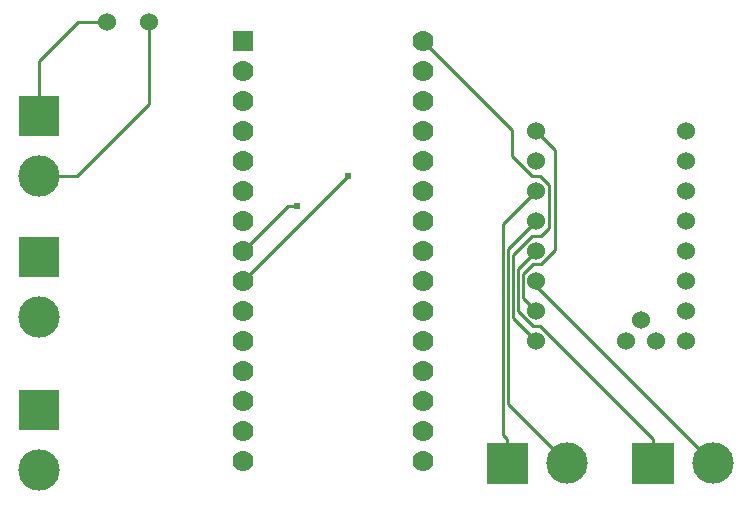
<source format=gbl>
G04 Layer: BottomLayer*
G04 EasyEDA v6.4.19.5, 2021-05-06T20:56:21--4:00*
G04 abff795b53f7494696e4529b8d7fc3de,4cc6b0da07df45819412c628e5a569e9,10*
G04 Gerber Generator version 0.2*
G04 Scale: 100 percent, Rotated: No, Reflected: No *
G04 Dimensions in millimeters *
G04 leading zeros omitted , absolute positions ,4 integer and 5 decimal *
%FSLAX45Y45*%
%MOMM*%

%ADD11C,0.2600*%
%ADD12C,0.6100*%
%ADD13C,1.5240*%
%ADD14R,3.4999X3.4999*%
%ADD15C,3.4999*%
%ADD16R,1.7780X1.7780*%
%ADD17C,1.7780*%

%LPD*%
D11*
X5537200Y2908300D02*
G01*
X5344413Y3101086D01*
X5344413Y3637279D01*
X5504434Y3797300D01*
X5576061Y3797300D01*
X5646674Y3868165D01*
X5646674Y4232655D01*
X5574029Y4305300D01*
X5505704Y4305300D01*
X5338318Y4472686D01*
X5338318Y4694681D01*
X4584700Y5448300D01*
X1905000Y5613400D02*
G01*
X1663700Y5613400D01*
X1326387Y5276087D01*
X1326387Y4813300D01*
X1326387Y4305300D02*
G01*
X1651000Y4305300D01*
X2260600Y4914900D01*
X2260600Y5613400D01*
X3060700Y3416300D02*
G01*
X3949700Y4305300D01*
X3060700Y3670300D02*
G01*
X3441700Y4051300D01*
X3511804Y4051300D01*
X7035800Y1872487D02*
G01*
X5537200Y3371087D01*
X5537200Y3416300D01*
X6527800Y1872487D02*
G01*
X6527800Y2076704D01*
X6527800Y2076704D02*
G01*
X5569204Y3035300D01*
X5514340Y3035300D01*
X5386577Y3163062D01*
X5386577Y3519678D01*
X5537200Y3670300D01*
X5803900Y1872487D02*
G01*
X5301995Y2374137D01*
X5301995Y3689095D01*
X5537200Y3924300D01*
X5295900Y2076704D02*
G01*
X5259831Y2112771D01*
X5259831Y3900931D01*
X5537200Y4178300D01*
X5295900Y1872487D02*
G01*
X5295900Y2076704D01*
X5537200Y3162300D02*
G01*
X5428995Y3270504D01*
X5428995Y3479545D01*
X5510275Y3560826D01*
X5578093Y3560826D01*
X5700268Y3683000D01*
X5700268Y4523231D01*
X5537200Y4686300D01*
D13*
G01*
X5537200Y4686300D03*
G01*
X5537200Y4432300D03*
G01*
X5537200Y4178300D03*
G01*
X5537200Y3924300D03*
G01*
X5537200Y3670300D03*
G01*
X5537200Y3416300D03*
G01*
X5537200Y3162300D03*
G01*
X5537200Y2908300D03*
G01*
X6807200Y2908300D03*
G01*
X6807200Y3162300D03*
G01*
X6807200Y3416300D03*
G01*
X6807200Y3670300D03*
G01*
X6807200Y3924300D03*
G01*
X6807200Y4178300D03*
G01*
X6807200Y4432300D03*
G01*
X6807200Y4686300D03*
G01*
X6299200Y2908300D03*
G01*
X6553200Y2908300D03*
G01*
X6426200Y3086100D03*
G01*
X1905000Y5613400D03*
G01*
X2260600Y5613400D03*
D14*
G01*
X1326311Y4813300D03*
D15*
G01*
X1326286Y4305300D03*
D14*
G01*
X1326311Y2324100D03*
D15*
G01*
X1326286Y1816100D03*
D14*
G01*
X1326311Y3619500D03*
D15*
G01*
X1326286Y3111500D03*
G36*
X5120893Y2047392D02*
G01*
X5470906Y2047392D01*
X5470906Y1697405D01*
X5120893Y1697405D01*
G37*
G01*
X5803900Y1872386D03*
D16*
G01*
X3060700Y5448300D03*
D17*
G01*
X3060700Y5194300D03*
G01*
X3060700Y4940300D03*
G01*
X3060700Y4686300D03*
G01*
X3060700Y4432300D03*
G01*
X3060700Y4178300D03*
G01*
X3060700Y3924300D03*
G01*
X3060700Y3670300D03*
G01*
X3060700Y3416300D03*
G01*
X3060700Y3162300D03*
G01*
X3060700Y2908300D03*
G01*
X3060700Y2654300D03*
G01*
X3060700Y2400300D03*
G01*
X3060700Y2146300D03*
G01*
X3060700Y1892300D03*
G01*
X4584700Y5448300D03*
G01*
X4584700Y5194300D03*
G01*
X4584700Y4940300D03*
G01*
X4584700Y4686300D03*
G01*
X4584700Y4432300D03*
G01*
X4584700Y4178300D03*
G01*
X4584700Y3924300D03*
G01*
X4584700Y3670300D03*
G01*
X4584700Y3416300D03*
G01*
X4584700Y3162300D03*
G01*
X4584700Y2908300D03*
G01*
X4584700Y2654300D03*
G01*
X4584700Y2400300D03*
G01*
X4584700Y2146300D03*
G01*
X4584700Y1892300D03*
G36*
X6352793Y2047392D02*
G01*
X6702806Y2047392D01*
X6702806Y1697405D01*
X6352793Y1697405D01*
G37*
D15*
G01*
X7035800Y1872386D03*
D12*
G01*
X3949700Y4305300D03*
G01*
X3511804Y4051300D03*
M02*

</source>
